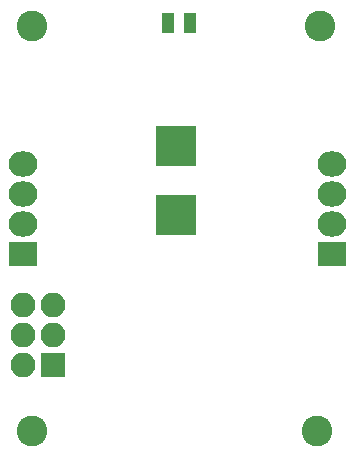
<source format=gbs>
G04 #@! TF.GenerationSoftware,KiCad,Pcbnew,(5.0.0-rc2-dev-603-g5a05135)*
G04 #@! TF.CreationDate,2018-05-01T11:36:08+02:00*
G04 #@! TF.ProjectId,chain-item,636861696E2D6974656D2E6B69636164,rev?*
G04 #@! TF.SameCoordinates,Original*
G04 #@! TF.FileFunction,Soldermask,Bot*
G04 #@! TF.FilePolarity,Negative*
%FSLAX46Y46*%
G04 Gerber Fmt 4.6, Leading zero omitted, Abs format (unit mm)*
G04 Created by KiCad (PCBNEW (5.0.0-rc2-dev-603-g5a05135)) date Tuesday 01 May 2018 à 11:36:08*
%MOMM*%
%LPD*%
G01*
G04 APERTURE LIST*
%ADD10R,2.100000X2.100000*%
%ADD11O,2.100000X2.100000*%
%ADD12R,3.400000X3.400000*%
%ADD13R,1.100000X1.700000*%
%ADD14C,2.600000*%
%ADD15O,2.432000X2.127200*%
%ADD16R,2.432000X2.127200*%
G04 APERTURE END LIST*
D10*
X62992000Y-135636000D03*
D11*
X60452000Y-135636000D03*
X62992000Y-133096000D03*
X60452000Y-133096000D03*
X62992000Y-130556000D03*
X60452000Y-130556000D03*
D12*
X73406000Y-122936000D03*
X73406000Y-117094000D03*
D13*
X72710000Y-106680000D03*
X74610000Y-106680000D03*
D14*
X61214000Y-141224000D03*
X61214000Y-106934000D03*
X85344000Y-141224000D03*
X85598000Y-106934000D03*
D15*
X86614000Y-118618000D03*
X86614000Y-121158000D03*
X86614000Y-123698000D03*
D16*
X86614000Y-126238000D03*
X60452000Y-126238000D03*
D15*
X60452000Y-123698000D03*
X60452000Y-121158000D03*
X60452000Y-118618000D03*
M02*

</source>
